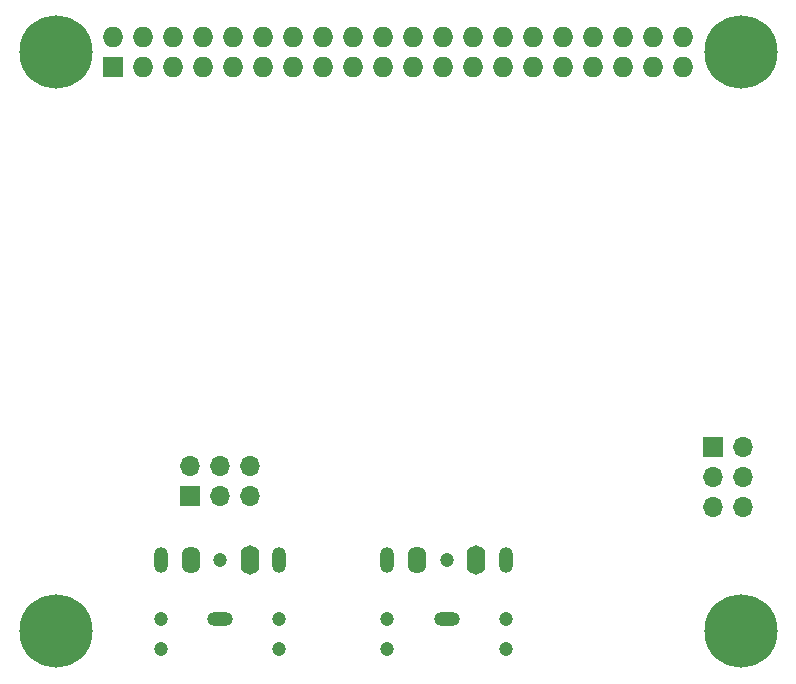
<source format=gbr>
%TF.GenerationSoftware,KiCad,Pcbnew,9.0.1*%
%TF.CreationDate,2025-04-21T12:49:12+00:00*%
%TF.ProjectId,pedalboard-soundcard,70656461-6c62-46f6-9172-642d736f756e,1.0.1-RC*%
%TF.SameCoordinates,Original*%
%TF.FileFunction,Soldermask,Bot*%
%TF.FilePolarity,Negative*%
%FSLAX46Y46*%
G04 Gerber Fmt 4.6, Leading zero omitted, Abs format (unit mm)*
G04 Created by KiCad (PCBNEW 9.0.1) date 2025-04-21 12:49:12*
%MOMM*%
%LPD*%
G01*
G04 APERTURE LIST*
%ADD10C,6.200000*%
%ADD11R,1.727200X1.727200*%
%ADD12O,1.727200X1.727200*%
%ADD13C,1.200000*%
%ADD14O,1.200000X2.200000*%
%ADD15O,1.600000X2.300000*%
%ADD16O,2.200000X1.200000*%
%ADD17O,1.600000X2.500000*%
%ADD18R,1.700000X1.700000*%
%ADD19O,1.700000X1.700000*%
G04 APERTURE END LIST*
D10*
%TO.C,H4*%
X110000000Y-56000000D03*
%TD*%
%TO.C,H3*%
X52000000Y-56000000D03*
%TD*%
%TO.C,H1*%
X52000000Y-105000000D03*
%TD*%
%TO.C,H2*%
X110000000Y-105000000D03*
%TD*%
D11*
%TO.C,J1*%
X56870000Y-57270000D03*
D12*
X56870000Y-54730000D03*
X59410000Y-57270000D03*
X59410000Y-54730000D03*
X61950000Y-57270000D03*
X61950000Y-54730000D03*
X64490000Y-57270000D03*
X64490000Y-54730000D03*
X67030000Y-57270000D03*
X67030000Y-54730000D03*
X69570000Y-57270000D03*
X69570000Y-54730000D03*
X72110000Y-57270000D03*
X72110000Y-54730000D03*
X74650000Y-57270000D03*
X74650000Y-54730000D03*
X77190000Y-57270000D03*
X77190000Y-54730000D03*
X79730000Y-57270000D03*
X79730000Y-54730000D03*
X82270000Y-57270000D03*
X82270000Y-54730000D03*
X84810000Y-57270000D03*
X84810000Y-54730000D03*
X87350000Y-57270000D03*
X87350000Y-54730000D03*
X89890000Y-57270000D03*
X89890000Y-54730000D03*
X92430000Y-57270000D03*
X92430000Y-54730000D03*
X94970000Y-57270000D03*
X94970000Y-54730000D03*
X97510000Y-57270000D03*
X97510000Y-54730000D03*
X100050000Y-57270000D03*
X100050000Y-54730000D03*
X102590000Y-57270000D03*
X102590000Y-54730000D03*
X105130000Y-57270000D03*
X105130000Y-54730000D03*
%TD*%
D13*
%TO.C,J4*%
X60940000Y-104000000D03*
X60940000Y-106500000D03*
X65940000Y-99000000D03*
X70940000Y-104000000D03*
X70940000Y-106500000D03*
D14*
X60940000Y-99000000D03*
D15*
X63440000Y-99000000D03*
D16*
X65940000Y-104000000D03*
D14*
X70940000Y-99000000D03*
D17*
X68440000Y-99000000D03*
%TD*%
D13*
%TO.C,J5*%
X80100000Y-104000000D03*
X80100000Y-106500000D03*
X85100000Y-99000000D03*
X90100000Y-104000000D03*
X90100000Y-106500000D03*
D14*
X80100000Y-99000000D03*
D15*
X82600000Y-99000000D03*
D16*
X85100000Y-104000000D03*
D14*
X90100000Y-99000000D03*
D17*
X87600000Y-99000000D03*
%TD*%
D18*
%TO.C,J3*%
X63340000Y-93580000D03*
D19*
X63340000Y-91040000D03*
X65880000Y-93580000D03*
X65880000Y-91040000D03*
X68420000Y-93580000D03*
X68420000Y-91040000D03*
%TD*%
D18*
%TO.C,J2*%
X107650000Y-89400000D03*
D19*
X110190000Y-89400000D03*
X107650000Y-91940000D03*
X110190000Y-91940000D03*
X107650000Y-94480000D03*
X110190000Y-94480000D03*
%TD*%
M02*

</source>
